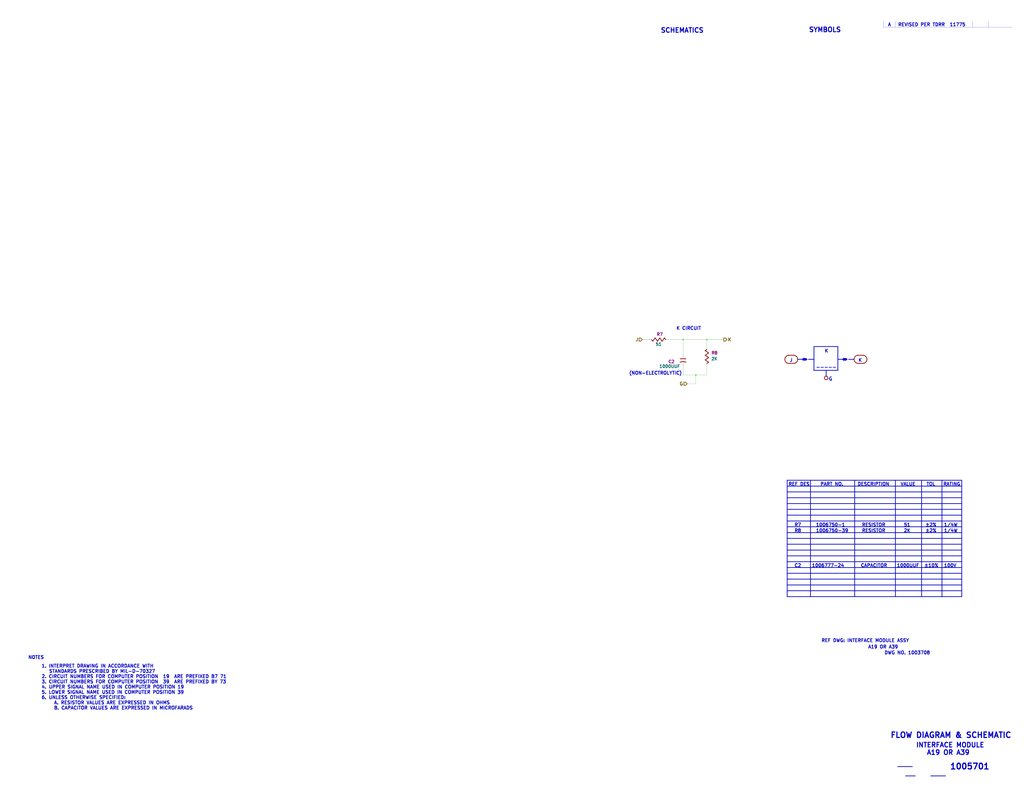
<source format=kicad_sch>
(kicad_sch (version 20211123) (generator eeschema)
  (paper "E")
  (lib_symbols
    (symbol "AGC_DSKY:Capacitor" (pin_numbers hide) (pin_names (offset 0) hide)
      (property "Reference" "C" (at 4.445 5.08 0))
      (symbol "Capacitor_0_1"
        (polyline (pts (xy -3.175 1.905) (xy 3.175 1.905)) (stroke (width 0.762)))
        (arc (start 3.175 -1.905) (mid 0 -1.2173) (end -3.175 -1.905) (stroke (width 0.762)))
      )
      (symbol "Capacitor_1_1"
        (pin passive line (at 0 6.985 270) (length 5.08) (name "1") (number "1"))
        (pin passive line (at 0 -6.35 90) (length 5.08) (name "2") (number "2"))
      )
    )
    (symbol "AGC_DSKY:NodeGBody" (pin_numbers hide) (pin_names (offset 0) hide)
      (symbol "NodeGBody_0_1"
        (circle (center 0 0) (radius 1.905) (stroke (width 0.762)))
      )
    )
    (symbol "AGC_DSKY:OvalBody2" (pin_numbers hide) (pin_names (offset 0) hide)
      (symbol "OvalBody2_1_0"
        (arc (start -2.54 4.445) (mid -6.985 0) (end -2.54 -4.445) (stroke (width 0.762)))
        (polyline (pts (xy -2.54 -4.445) (xy 2.54 -4.445)) (stroke (width 0.762)))
        (polyline (pts (xy -2.54 4.445) (xy 2.54 4.445)) (stroke (width 0.762)))
        (arc (start 2.54 -4.445) (mid 6.985 0) (end 2.54 4.445) (stroke (width 0.762)))
      )
    )
    (symbol "AGC_DSKY:Resistor" (pin_numbers hide) (pin_names (offset 0) hide)
      (property "Reference" "R" (at -0.635 -4.445 0))
      (symbol "Resistor_0_1"
        (polyline (pts (xy -7.62 0) (xy -6.35 -1.905) (xy -3.81 1.905) (xy -1.27 -1.905) (xy 1.27 1.905) (xy 3.81 -1.905) (xy 6.35 1.905) (xy 7.62 0)) (stroke (width 0.762)))
      )
      (symbol "Resistor_1_1"
        (pin passive line (at -10.16 0 0) (length 2.54) (name "1") (number "1"))
        (pin passive line (at 10.16 0 180) (length 2.54) (name "2") (number "2"))
      )
    )
  )
  (junction (at 771.525 370.84))
  (junction (at 745.49 370.84))
  (junction (at 759.46 409.575))
  (wire (pts (xy 759.46 409.575) (xy 745.49 409.575)))
  (polyline (pts (xy 1078.611 23.114) (xy 1078.611 29.718)) (stroke (width 0) (type solid)))
  (wire (pts (xy 771.525 370.84) (xy 789.94 370.84)))
  (wire (pts (xy 745.49 370.84) (xy 771.525 370.84)))
  (polyline (pts (xy 859.155 588.01) (xy 1049.655 588.01)) (stroke (width 0.762) (type solid)))
  (polyline (pts (xy 859.155 537.21) (xy 1049.655 537.21)) (stroke (width 0.762) (type solid)))
  (polyline (pts (xy 859.155 581.66) (xy 1049.655 581.66)) (stroke (width 0.762) (type solid)))
  (polyline (pts (xy 914.4 378.46) (xy 888.365 378.46)) (stroke (width 0.762) (type solid)))
  (wire (pts (xy 728.98 370.84) (xy 745.49 370.84)))
  (polyline (pts (xy 920.115 394.335) (xy 926.465 392.43)) (stroke (width 0) (type solid)))
  (wire (pts (xy 745.49 409.575) (xy 745.49 400.05)))
  (polyline (pts (xy 876.3 394.335) (xy 882.65 392.43)) (stroke (width 0) (type solid)))
  (polyline (pts (xy 859.155 651.51) (xy 1049.655 651.51)) (stroke (width 0.762) (type solid)))
  (polyline (pts (xy 859.155 549.91) (xy 1049.655 549.91)) (stroke (width 0.762) (type solid)))
  (wire (pts (xy 745.49 386.715) (xy 745.49 370.84)))
  (polyline (pts (xy 859.155 645.16) (xy 1049.655 645.16)) (stroke (width 0.762) (type solid)))
  (polyline (pts (xy 888.365 404.495) (xy 914.4 404.495)) (stroke (width 0.762) (type solid)))
  (polyline (pts (xy 920.75 392.43) (xy 923.29 392.43)) (stroke (width 2.54) (type solid)))
  (polyline (pts (xy 859.155 524.51) (xy 1049.655 524.51)) (stroke (width 0.762) (type solid)))
  (wire (pts (xy 759.46 409.575) (xy 759.46 419.1)))
  (polyline (pts (xy 859.155 524.51) (xy 859.155 651.51)) (stroke (width 0.762) (type solid)))
  (polyline (pts (xy 884.555 524.51) (xy 884.555 651.51)) (stroke (width 0.762) (type solid)))
  (polyline (pts (xy 920.115 390.525) (xy 920.115 394.335)) (stroke (width 0) (type solid)))
  (polyline (pts (xy 859.155 530.86) (xy 1049.655 530.86)) (stroke (width 0.762) (type solid)))
  (polyline (pts (xy 870.585 392.43) (xy 876.3 392.43)) (stroke (width 0.762) (type solid)))
  (polyline (pts (xy 859.155 638.81) (xy 1049.655 638.81)) (stroke (width 0.762) (type solid)))
  (polyline (pts (xy 914.4 404.495) (xy 914.4 378.46)) (stroke (width 0.762) (type solid)))
  (polyline (pts (xy 859.155 613.41) (xy 1049.655 613.41)) (stroke (width 0.762) (type solid)))
  (polyline (pts (xy 964.311 23.114) (xy 964.311 29.718)) (stroke (width 0) (type solid)))
  (polyline (pts (xy 926.465 392.43) (xy 920.115 390.525)) (stroke (width 0) (type solid)))
  (polyline (pts (xy 859.155 600.71) (xy 1049.655 600.71)) (stroke (width 0.762) (type solid)))
  (wire (pts (xy 771.525 379.095) (xy 771.525 370.84)))
  (polyline (pts (xy 859.155 562.61) (xy 1049.655 562.61)) (stroke (width 0.762) (type solid)))
  (polyline (pts (xy 1028.065 524.51) (xy 1028.065 651.51)) (stroke (width 0.762) (type solid)))
  (polyline (pts (xy 859.155 575.31) (xy 1049.655 575.31)) (stroke (width 0.762) (type solid)))
  (polyline (pts (xy 859.155 543.56) (xy 1049.655 543.56)) (stroke (width 0.762) (type solid)))
  (polyline (pts (xy 932.815 524.51) (xy 932.815 651.51)) (stroke (width 0.762) (type solid)))
  (polyline (pts (xy 859.155 607.06) (xy 1049.655 607.06)) (stroke (width 0.762) (type solid)))
  (polyline (pts (xy 1049.655 524.51) (xy 1049.655 651.51)) (stroke (width 0.762) (type solid)))
  (polyline (pts (xy 926.465 392.43) (xy 932.18 392.43)) (stroke (width 0.762) (type solid)))
  (polyline (pts (xy 876.3 390.525) (xy 876.3 394.335)) (stroke (width 0) (type solid)))
  (wire (pts (xy 771.525 409.575) (xy 759.46 409.575)))
  (polyline (pts (xy 859.155 632.46) (xy 1049.655 632.46)) (stroke (width 0.762) (type solid)))
  (wire (pts (xy 771.525 399.415) (xy 771.525 409.575)))
  (polyline (pts (xy 859.155 556.26) (xy 1049.655 556.26)) (stroke (width 0.762) (type solid)))
  (polyline (pts (xy 977.011 23.114) (xy 977.011 29.718)) (stroke (width 0) (type solid)))
  (wire (pts (xy 759.46 419.1) (xy 749.935 419.1)))
  (polyline (pts (xy 1005.84 524.51) (xy 1005.84 651.51)) (stroke (width 0.762) (type solid)))
  (polyline (pts (xy 859.155 594.36) (xy 1049.655 594.36)) (stroke (width 0.762) (type solid)))
  (polyline (pts (xy 964.311 29.718) (xy 1104.9 29.718)) (stroke (width 0) (type solid)))
  (polyline (pts (xy 859.155 626.11) (xy 1049.655 626.11)) (stroke (width 0.762) (type solid)))
  (polyline (pts (xy 977.265 524.51) (xy 977.265 651.51)) (stroke (width 0.762) (type solid)))
  (polyline (pts (xy 914.4 392.43) (xy 920.115 392.43)) (stroke (width 0.762) (type solid)))
  (polyline (pts (xy 1061.72 23.114) (xy 1061.72 29.718)) (stroke (width 0) (type solid)))
  (polyline (pts (xy 859.155 619.76) (xy 1049.655 619.76)) (stroke (width 0.762) (type solid)))
  (polyline (pts (xy 882.65 392.43) (xy 876.3 390.525)) (stroke (width 0) (type solid)))
  (wire (pts (xy 708.66 370.84) (xy 701.04 370.84)))
  (polyline (pts (xy 859.155 568.96) (xy 1049.655 568.96)) (stroke (width 0.762) (type solid)))
  (polyline (pts (xy 882.65 392.43) (xy 888.365 392.43)) (stroke (width 0.762) (type solid)))
  (polyline (pts (xy 888.365 378.46) (xy 888.365 404.495)) (stroke (width 0.762) (type solid)))
  (polyline (pts (xy 901.7 404.495) (xy 901.7 410.845)) (stroke (width 0.762) (type solid)))
  (polyline (pts (xy 876.935 392.43) (xy 879.475 392.43)) (stroke (width 2.54) (type solid)))
  (text "TOL" (at 1021.08 530.86 180) (effects (font (size 3.556 3.556) (thickness 0.7112) bold) (justify right bottom)))
  (text "1006750-1" (at 890.27 575.31 0) (effects (font (size 3.556 3.556) (thickness 0.7112) bold) (justify left bottom)))
  (text "2K" (at 986.155 581.66 0) (effects (font (size 3.556 3.556) (thickness 0.7112) bold) (justify left bottom)))
  (text "R8" (at 866.775 581.66 0) (effects (font (size 3.556 3.556) (thickness 0.7112) bold) (justify left bottom)))
  (text "±10%" (at 1008.38 619.76 0) (effects (font (size 3.556 3.556) (thickness 0.7112) bold) (justify left bottom)))
  (text "DWG NO. 1003708" (at 1015.365 715.01 180) (effects (font (size 3.556 3.556) (thickness 0.7112) bold) (justify right bottom)))
  (text "INTERFACE MODULE\n   A19 OR A39" (at 999.49 824.865 0) (effects (font (size 5.08 5.08) (thickness 1.016) bold) (justify left bottom)))
  (text "100V" (at 1029.97 619.76 0) (effects (font (size 3.556 3.556) (thickness 0.7112) bold) (justify left bottom)))
  (text "K CIRCUIT" (at 737.87 360.68 0) (effects (font (size 3.556 3.556) (thickness 0.7112) bold) (justify left bottom)))
  (text "SYMBOLS" (at 918.21 35.56 180) (effects (font (size 5.08 5.08) (thickness 1.016) bold) (justify right bottom)))
  (text "1006777-24" (at 885.825 619.76 0) (effects (font (size 3.556 3.556) (thickness 0.7112) bold) (justify left bottom)))
  (text "±2%" (at 1009.65 575.31 0) (effects (font (size 3.556 3.556) (thickness 0.7112) bold) (justify left bottom)))
  (text "FLOW DIAGRAM & SCHEMATIC" (at 971.55 806.45 0) (effects (font (size 5.9944 5.9944) (thickness 1.1989) bold) (justify left bottom)))
  (text "1/4W" (at 1029.97 581.66 0) (effects (font (size 3.556 3.556) (thickness 0.7112) bold) (justify left bottom)))
  (text "REF DWG: INTERFACE MODULE ASSY" (at 992.505 701.675 180) (effects (font (size 3.556 3.556) (thickness 0.7112) bold) (justify right bottom)))
  (text "1006750-39" (at 890.27 581.66 0) (effects (font (size 3.556 3.556) (thickness 0.7112) bold) (justify left bottom)))
  (text "REF DES" (at 883.92 530.86 180) (effects (font (size 3.556 3.556) (thickness 0.7112) bold) (justify right bottom)))
  (text "DESCRIPTION" (at 970.915 530.86 180) (effects (font (size 3.556 3.556) (thickness 0.7112) bold) (justify right bottom)))
  (text "1000UUF" (at 978.535 619.76 0) (effects (font (size 3.556 3.556) (thickness 0.7112) bold) (justify left bottom)))
  (text "A   REVISED PER TDRR  11775" (at 968.756 29.083 0) (effects (font (size 3.556 3.556) (thickness 0.7112) bold) (justify left bottom)))
  (text "±2%" (at 1009.65 581.66 0) (effects (font (size 3.556 3.556) (thickness 0.7112) bold) (justify left bottom)))
  (text "____" (at 999.49 847.725 180) (effects (font (size 3.556 3.556) (thickness 0.7112) bold) (justify right bottom)))
  (text "SCHEMATICS" (at 768.35 36.195 180) (effects (font (size 5.08 5.08) (thickness 1.016) bold) (justify right bottom)))
  (text "J" (at 861.695 395.605 0) (effects (font (size 3.556 3.556) (thickness 0.7112) bold) (justify left bottom)))
  (text "1005701" (at 1036.447 840.867 0) (effects (font (size 6.35 6.35) (thickness 1.27) bold) (justify left bottom)))
  (text "K" (at 936.625 395.605 0) (effects (font (size 3.556 3.556) (thickness 0.7112) bold) (justify left bottom)))
  (text "1. INTERPRET DRAWING IN ACCORDANCE WITH\n   STANDARDS PRESCRIBED BY MIL-D-70327\n2. CIRCUIT NUMBERS FOR COMPUTER POSITION  19  ARE PREFIXED B7 71\n3. CIRCUIT NUMBERS FOR COMPUTER POSITION  39  ARE PREFIXED BY 73\n4. UPPER SIGNAL NAME USED IN COMPUTER POSITION 19\n5. LOWER SIGNAL NAME USED IN COMPUTER POSITION 39\n6. UNLESS OTHERWISE SPECIFIED:\n     A. RESISTOR VALUES ARE EXPRESSED IN OHMS\n     B. CAPACITOR VALUES ARE EXPRESSED IN MICROFARADS" (at 45.085 775.335 0) (effects (font (size 3.556 3.556) (thickness 0.7112) bold) (justify left bottom)))
  (text "RESISTOR" (at 940.435 581.66 0) (effects (font (size 3.556 3.556) (thickness 0.7112) bold) (justify left bottom)))
  (text "RESISTOR" (at 940.435 575.31 0) (effects (font (size 3.556 3.556) (thickness 0.7112) bold) (justify left bottom)))
  (text "A19 OR A39" (at 980.44 708.66 180) (effects (font (size 3.556 3.556) (thickness 0.7112) bold) (justify right bottom)))
  (text "R7" (at 866.775 575.31 0) (effects (font (size 3.556 3.556) (thickness 0.7112) bold) (justify left bottom)))
  (text "______" (at 996.315 837.565 180) (effects (font (size 3.556 3.556) (thickness 0.7112) bold) (justify right bottom)))
  (text "CAPACITOR" (at 939.165 619.76 0) (effects (font (size 3.556 3.556) (thickness 0.7112) bold) (justify left bottom)))
  (text "-----" (at 890.27 403.225 0) (effects (font (size 3.556 3.556) (thickness 0.7112) bold) (justify left bottom)))
  (text "C2" (at 866.775 619.76 0) (effects (font (size 3.556 3.556) (thickness 0.7112) bold) (justify left bottom)))
  (text "1/4W" (at 1029.97 575.31 0) (effects (font (size 3.556 3.556) (thickness 0.7112) bold) (justify left bottom)))
  (text "NOTES" (at 48.26 720.09 180) (effects (font (size 3.556 3.556) (thickness 0.7112) bold) (justify right bottom)))
  (text "K" (at 899.795 385.445 0) (effects (font (size 3.556 3.556) (thickness 0.7112) bold) (justify left bottom)))
  (text "RATING" (at 1048.385 530.86 180) (effects (font (size 3.556 3.556) (thickness 0.7112) bold) (justify right bottom)))
  (text "PART NO." (at 920.75 530.86 180) (effects (font (size 3.556 3.556) (thickness 0.7112) bold) (justify right bottom)))
  (text "VALUE" (at 999.49 530.86 180) (effects (font (size 3.556 3.556) (thickness 0.7112) bold) (justify right bottom)))
  (text "G" (at 904.24 415.925 0) (effects (font (size 3.556 3.556) (thickness 0.7112) bold) (justify left bottom)))
  (text "(NON-ELECTROLYTIC)" (at 686.435 409.575 0) (effects (font (size 3.556 3.556) (thickness 0.7112) bold) (justify left bottom)))
  (text "51" (at 986.155 575.31 0) (effects (font (size 3.556 3.556) (thickness 0.7112) bold) (justify left bottom)))
  (text "______" (at 1032.51 847.725 180) (effects (font (size 3.556 3.556) (thickness 0.7112) bold) (justify right bottom)))
  (hierarchical_label "J" (shape input) (at 701.04 370.84 180) (effects (font (size 3.556 3.556) (thickness 0.7112) bold)))
  (hierarchical_label "G" (shape input) (at 749.935 419.1 180) (effects (font (size 3.556 3.556) (thickness 0.7112) bold)))
  (hierarchical_label "K" (shape output) (at 789.94 370.84 0) (effects (font (size 3.556 3.556) (thickness 0.7112) bold)))
  (symbol (lib_id "AGC_DSKY:NodeGBody") (at 901.7 412.75 0)
    (property "Reference" "N2701" (effects hide))
    (property "Value" "NodeGBody" (effects hide))
  )
  (symbol (lib_id "AGC_DSKY:OvalBody2") (at 939.165 392.43 0)
    (property "Reference" "X2702" (effects hide))
    (property "Value" "OvalBody2" (effects hide))
  )
  (symbol (lib_id "AGC_DSKY:OvalBody2") (at 863.6 392.43 0)
    (property "Reference" "X2701" (effects hide))
    (property "Value" "OvalBody2" (effects hide))
  )
  (symbol (lib_id "AGC_DSKY:Capacitor") (at 745.49 393.7 0)
    (property "Reference" "6C2" (effects hide))
    (property "Value" "1000UUF" (at 730.885 400.05 0) (effects (font (size 3.302 3.302) bold)))
    (property "baseRefd" "C2" (at 732.79 394.97 0) (effects (font (size 3.302 3.302) bold)))
  )
  (symbol (lib_id "AGC_DSKY:Resistor") (at 771.525 389.255 270)
    (property "Reference" "6R8" (effects hide))
    (property "Value" "2K" (at 779.78 391.795 90) (effects (font (size 3.302 3.302) bold)))
    (property "baseRefd" "R8" (at 779.78 385.445 90) (effects (font (size 3.302 3.302) bold)))
  )
  (symbol (lib_id "AGC_DSKY:Resistor") (at 718.82 370.84 0)
    (property "Reference" "6R7" (effects hide))
    (property "Value" "51" (at 718.82 375.92 0) (effects (font (size 3.302 3.302) bold)))
    (property "baseRefd" "R7" (at 720.09 365.125 0) (effects (font (size 3.302 3.302) bold)))
  )
)
</source>
